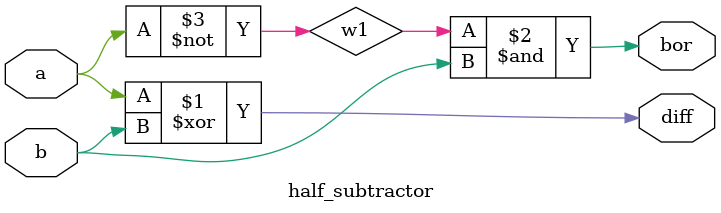
<source format=v>
module half_subtractor(a,b,diff,bor);
  input a,b;
  output diff,bor;
  wire w1;
  not n1(w1,a);
  xor x1(diff,a,b);
  and a1(bor,w1,b);
endmodule


</source>
